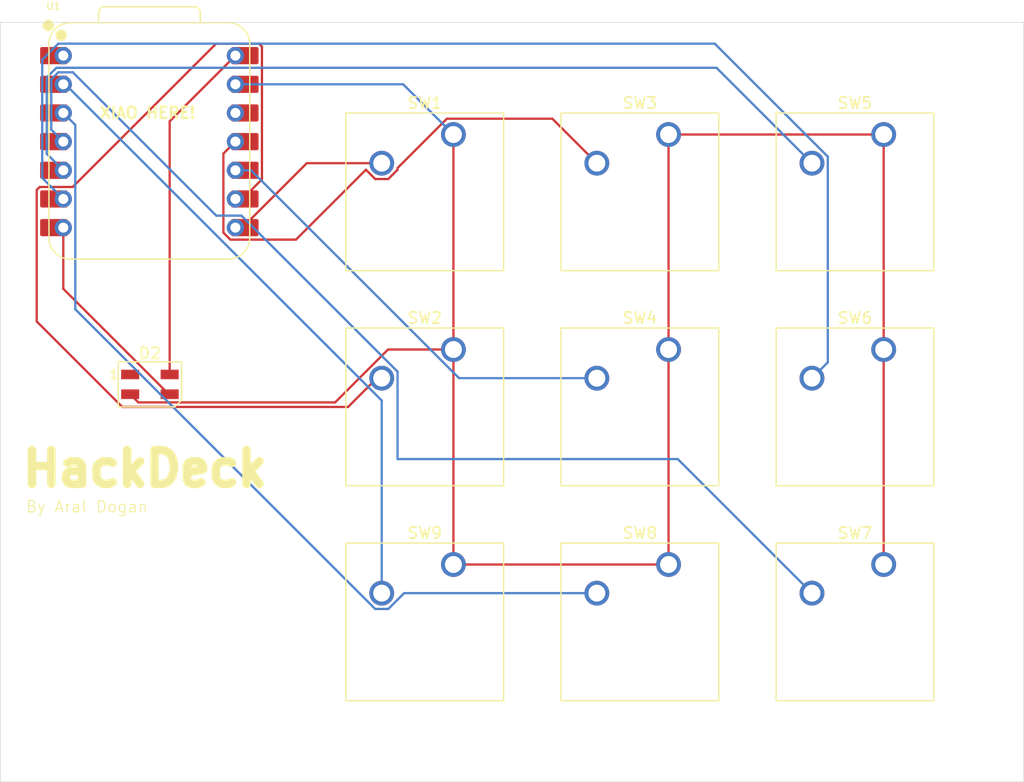
<source format=kicad_pcb>
(kicad_pcb (version 20241229) (generator "pcbnew") (generator_version "9.0")
  (layers (0 "F.Cu" signal) (2 "B.Cu" signal) (13 "F.Paste" user) (15 "B.Paste" user) (5 "F.SilkS" user "F.Silkscreen") (7 "B.SilkS" user "B.Silkscreen") (1 "F.Mask" user) (3 "B.Mask" user) (25 "Edge.Cuts" user))
  (net 0 "")
  (net 1 "Net-(D2-DIN)")
  (net 2 "+5V")
  (net 3 "GND")
  (net 5 "Net-(U1-GPIO1{slash}RX)")
  (net 6 "Net-(U1-GPIO2{slash}SCK)")
  (net 7 "Net-(U1-GPIO3{slash}MOSI)")
  (net 8 "Net-(U1-GPIO4{slash}MISO)")
  (net 9 "Net-(U1-GPIO6{slash}SDA)")
  (net 10 "Net-(U1-GPIO7{slash}SCL)")
  (net 11 "Net-(U1-GPIO29{slash}ADC3{slash}A3)")
  (net 13 "Net-(U1-GPIO28{slash}ADC2{slash}A2)")
  (net 14 "Net-(U1-GPIO27{slash}ADC1{slash}A1)")
  (footprint "Button_Switch_Keyboard:SW_Cherry_MX_1.00u_PCB" (layer "F.Cu") (at 169.2275 68.73875)
    (property "Reference" "SW5" (at -2.54 -2.794 0) (layer "F.SilkS"))
    (property "Value" "SW_Push")
    (fp_line (start -9.525 -1.905) (end 4.445 -1.905) (stroke (width 0.12)) (layer "F.SilkS"))
    (fp_line (start -9.525 12.065) (end -9.525 -1.905) (stroke (width 0.12)) (layer "F.SilkS"))
    (fp_line (start 4.445 -1.905) (end 4.445 12.065) (stroke (width 0.12)) (layer "F.SilkS"))
    (fp_line (start 4.445 12.065) (end -9.525 12.065) (stroke (width 0.12)) (layer "F.SilkS"))
    (pad "" np_thru_hole circle (at -7.62 5.08) (size 1.7 1.7) (drill 1.7) (layers "*.Cu" "*.Mask"))
    (pad "" np_thru_hole circle (at -2.54 5.08) (size 4 4) (drill 4) (layers "*.Cu" "*.Mask"))
    (pad "" np_thru_hole circle (at 2.54 5.08) (size 1.7 1.7) (drill 1.7) (layers "*.Cu" "*.Mask"))
    (pad "1" thru_hole circle (at 0 0) (size 2.2 2.2) (drill 1.5) (layers "*.Cu" "*.Mask") (net 3 "GND"))
    (pad "2" thru_hole circle (at -6.35 2.54) (size 2.2 2.2) (drill 1.5) (layers "*.Cu" "*.Mask") (net 9 "Net-(U1-GPIO6{slash}SDA)"))
  )
  (footprint "Button_Switch_Keyboard:SW_Cherry_MX_1.00u_PCB" (layer "F.Cu") (at 150.1775 68.73875)
    (property "Reference" "SW3" (at -2.54 -2.794 0) (layer "F.SilkS"))
    (property "Value" "SW_Push")
    (fp_line (start -9.525 -1.905) (end 4.445 -1.905) (stroke (width 0.12)) (layer "F.SilkS"))
    (fp_line (start -9.525 12.065) (end -9.525 -1.905) (stroke (width 0.12)) (layer "F.SilkS"))
    (fp_line (start 4.445 -1.905) (end 4.445 12.065) (stroke (width 0.12)) (layer "F.SilkS"))
    (fp_line (start 4.445 12.065) (end -9.525 12.065) (stroke (width 0.12)) (layer "F.SilkS"))
    (pad "" np_thru_hole circle (at -7.62 5.08) (size 1.7 1.7) (drill 1.7) (layers "*.Cu" "*.Mask"))
    (pad "" np_thru_hole circle (at -2.54 5.08) (size 4 4) (drill 4) (layers "*.Cu" "*.Mask"))
    (pad "" np_thru_hole circle (at 2.54 5.08) (size 1.7 1.7) (drill 1.7) (layers "*.Cu" "*.Mask"))
    (pad "1" thru_hole circle (at 0 0) (size 2.2 2.2) (drill 1.5) (layers "*.Cu" "*.Mask") (net 3 "GND"))
    (pad "2" thru_hole circle (at -6.35 2.54) (size 2.2 2.2) (drill 1.5) (layers "*.Cu" "*.Mask") (net 7 "Net-(U1-GPIO3{slash}MOSI)"))
  )
  (footprint "Button_Switch_Keyboard:SW_Cherry_MX_1.00u_PCB" (layer "F.Cu") (at 169.2275 106.83875)
    (property "Reference" "SW7" (at -2.54 -2.794 0) (layer "F.SilkS"))
    (property "Value" "SW_Push")
    (fp_line (start -9.525 -1.905) (end 4.445 -1.905) (stroke (width 0.12)) (layer "F.SilkS"))
    (fp_line (start -9.525 12.065) (end -9.525 -1.905) (stroke (width 0.12)) (layer "F.SilkS"))
    (fp_line (start 4.445 -1.905) (end 4.445 12.065) (stroke (width 0.12)) (layer "F.SilkS"))
    (fp_line (start 4.445 12.065) (end -9.525 12.065) (stroke (width 0.12)) (layer "F.SilkS"))
    (pad "" np_thru_hole circle (at -7.62 5.08) (size 1.7 1.7) (drill 1.7) (layers "*.Cu" "*.Mask"))
    (pad "" np_thru_hole circle (at -2.54 5.08) (size 4 4) (drill 4) (layers "*.Cu" "*.Mask"))
    (pad "" np_thru_hole circle (at 2.54 5.08) (size 1.7 1.7) (drill 1.7) (layers "*.Cu" "*.Mask"))
    (pad "1" thru_hole circle (at 0 0) (size 2.2 2.2) (drill 1.5) (layers "*.Cu" "*.Mask") (net 3 "GND"))
    (pad "2" thru_hole circle (at -6.35 2.54) (size 2.2 2.2) (drill 1.5) (layers "*.Cu" "*.Mask") (net 11 "Net-(U1-GPIO29{slash}ADC3{slash}A3)"))
  )
  (footprint "Button_Switch_Keyboard:SW_Cherry_MX_1.00u_PCB" (layer "F.Cu") (at 169.2275 87.78875)
    (property "Reference" "SW6" (at -2.54 -2.794 0) (layer "F.SilkS"))
    (property "Value" "SW_Push")
    (fp_line (start -9.525 -1.905) (end 4.445 -1.905) (stroke (width 0.12)) (layer "F.SilkS"))
    (fp_line (start -9.525 12.065) (end -9.525 -1.905) (stroke (width 0.12)) (layer "F.SilkS"))
    (fp_line (start 4.445 -1.905) (end 4.445 12.065) (stroke (width 0.12)) (layer "F.SilkS"))
    (fp_line (start 4.445 12.065) (end -9.525 12.065) (stroke (width 0.12)) (layer "F.SilkS"))
    (pad "" np_thru_hole circle (at -7.62 5.08) (size 1.7 1.7) (drill 1.7) (layers "*.Cu" "*.Mask"))
    (pad "" np_thru_hole circle (at -2.54 5.08) (size 4 4) (drill 4) (layers "*.Cu" "*.Mask"))
    (pad "" np_thru_hole circle (at 2.54 5.08) (size 1.7 1.7) (drill 1.7) (layers "*.Cu" "*.Mask"))
    (pad "1" thru_hole circle (at 0 0) (size 2.2 2.2) (drill 1.5) (layers "*.Cu" "*.Mask") (net 3 "GND"))
    (pad "2" thru_hole circle (at -6.35 2.54) (size 2.2 2.2) (drill 1.5) (layers "*.Cu" "*.Mask") (net 10 "Net-(U1-GPIO7{slash}SCL)"))
  )
  (footprint "Button_Switch_Keyboard:SW_Cherry_MX_1.00u_PCB" (layer "F.Cu") (at 150.1775 106.83875)
    (property "Reference" "SW8" (at -2.54 -2.794 0) (layer "F.SilkS"))
    (property "Value" "SW_Push")
    (fp_line (start -9.525 -1.905) (end 4.445 -1.905) (stroke (width 0.12)) (layer "F.SilkS"))
    (fp_line (start -9.525 12.065) (end -9.525 -1.905) (stroke (width 0.12)) (layer "F.SilkS"))
    (fp_line (start 4.445 -1.905) (end 4.445 12.065) (stroke (width 0.12)) (layer "F.SilkS"))
    (fp_line (start 4.445 12.065) (end -9.525 12.065) (stroke (width 0.12)) (layer "F.SilkS"))
    (pad "" np_thru_hole circle (at -7.62 5.08) (size 1.7 1.7) (drill 1.7) (layers "*.Cu" "*.Mask"))
    (pad "" np_thru_hole circle (at -2.54 5.08) (size 4 4) (drill 4) (layers "*.Cu" "*.Mask"))
    (pad "" np_thru_hole circle (at 2.54 5.08) (size 1.7 1.7) (drill 1.7) (layers "*.Cu" "*.Mask"))
    (pad "1" thru_hole circle (at 0 0) (size 2.2 2.2) (drill 1.5) (layers "*.Cu" "*.Mask") (net 3 "GND"))
    (pad "2" thru_hole circle (at -6.35 2.54) (size 2.2 2.2) (drill 1.5) (layers "*.Cu" "*.Mask") (net 13 "Net-(U1-GPIO28{slash}ADC2{slash}A2)"))
  )
  (footprint "Button_Switch_Keyboard:SW_Cherry_MX_1.00u_PCB" (layer "F.Cu") (at 131.1275 106.83875)
    (property "Reference" "SW9" (at -2.54 -2.794 0) (layer "F.SilkS"))
    (property "Value" "SW_Push")
    (fp_line (start -9.525 -1.905) (end 4.445 -1.905) (stroke (width 0.12)) (layer "F.SilkS"))
    (fp_line (start -9.525 12.065) (end -9.525 -1.905) (stroke (width 0.12)) (layer "F.SilkS"))
    (fp_line (start 4.445 -1.905) (end 4.445 12.065) (stroke (width 0.12)) (layer "F.SilkS"))
    (fp_line (start 4.445 12.065) (end -9.525 12.065) (stroke (width 0.12)) (layer "F.SilkS"))
    (pad "" np_thru_hole circle (at -7.62 5.08) (size 1.7 1.7) (drill 1.7) (layers "*.Cu" "*.Mask"))
    (pad "" np_thru_hole circle (at -2.54 5.08) (size 4 4) (drill 4) (layers "*.Cu" "*.Mask"))
    (pad "" np_thru_hole circle (at 2.54 5.08) (size 1.7 1.7) (drill 1.7) (layers "*.Cu" "*.Mask"))
    (pad "1" thru_hole circle (at 0 0) (size 2.2 2.2) (drill 1.5) (layers "*.Cu" "*.Mask") (net 3 "GND"))
    (pad "2" thru_hole circle (at -6.35 2.54) (size 2.2 2.2) (drill 1.5) (layers "*.Cu" "*.Mask") (net 14 "Net-(U1-GPIO27{slash}ADC1{slash}A1)"))
  )
  (footprint "Button_Switch_Keyboard:SW_Cherry_MX_1.00u_PCB" (layer "F.Cu") (at 131.1275 87.78875)
    (property "Reference" "SW2" (at -2.54 -2.794 0) (layer "F.SilkS"))
    (property "Value" "SW_Push")
    (fp_line (start -9.525 -1.905) (end 4.445 -1.905) (stroke (width 0.12)) (layer "F.SilkS"))
    (fp_line (start -9.525 12.065) (end -9.525 -1.905) (stroke (width 0.12)) (layer "F.SilkS"))
    (fp_line (start 4.445 -1.905) (end 4.445 12.065) (stroke (width 0.12)) (layer "F.SilkS"))
    (fp_line (start 4.445 12.065) (end -9.525 12.065) (stroke (width 0.12)) (layer "F.SilkS"))
    (pad "" np_thru_hole circle (at -7.62 5.08) (size 1.7 1.7) (drill 1.7) (layers "*.Cu" "*.Mask"))
    (pad "" np_thru_hole circle (at -2.54 5.08) (size 4 4) (drill 4) (layers "*.Cu" "*.Mask"))
    (pad "" np_thru_hole circle (at 2.54 5.08) (size 1.7 1.7) (drill 1.7) (layers "*.Cu" "*.Mask"))
    (pad "1" thru_hole circle (at 0 0) (size 2.2 2.2) (drill 1.5) (layers "*.Cu" "*.Mask") (net 3 "GND"))
    (pad "2" thru_hole circle (at -6.35 2.54) (size 2.2 2.2) (drill 1.5) (layers "*.Cu" "*.Mask") (net 6 "Net-(U1-GPIO2{slash}SCK)"))
  )
  (footprint "Button_Switch_Keyboard:SW_Cherry_MX_1.00u_PCB" (layer "F.Cu") (at 131.1275 68.73875)
    (property "Reference" "SW1" (at -2.54 -2.794 0) (layer "F.SilkS"))
    (property "Value" "SW_Push")
    (fp_line (start -9.525 -1.905) (end 4.445 -1.905) (stroke (width 0.12)) (layer "F.SilkS"))
    (fp_line (start -9.525 12.065) (end -9.525 -1.905) (stroke (width 0.12)) (layer "F.SilkS"))
    (fp_line (start 4.445 -1.905) (end 4.445 12.065) (stroke (width 0.12)) (layer "F.SilkS"))
    (fp_line (start 4.445 12.065) (end -9.525 12.065) (stroke (width 0.12)) (layer "F.SilkS"))
    (pad "" np_thru_hole circle (at -7.62 5.08) (size 1.7 1.7) (drill 1.7) (layers "*.Cu" "*.Mask"))
    (pad "" np_thru_hole circle (at -2.54 5.08) (size 4 4) (drill 4) (layers "*.Cu" "*.Mask"))
    (pad "" np_thru_hole circle (at 2.54 5.08) (size 1.7 1.7) (drill 1.7) (layers "*.Cu" "*.Mask"))
    (pad "1" thru_hole circle (at 0 0) (size 2.2 2.2) (drill 1.5) (layers "*.Cu" "*.Mask") (net 3 "GND"))
    (pad "2" thru_hole circle (at -6.35 2.54) (size 2.2 2.2) (drill 1.5) (layers "*.Cu" "*.Mask") (net 5 "Net-(U1-GPIO1{slash}RX)"))
  )
  (footprint "ODL:XIAO-RP2040-DIP" (layer "F.Cu") (at 104.2 69.3685)
    (property "Reference" "U1" (at -8.5 -12 0) (layer "F.SilkS") (effects (font (size 0.635 0.635) (thickness 0.1016))))
    (property "Value" "XIAO-RP2040-DIP")
    (fp_line (start -8.89 8.509) (end -8.89 -8.636) (stroke (width 0.127)) (layer "F.SilkS"))
    (fp_line (start -6.985 10.414) (end 6.985 10.414) (stroke (width 0.127)) (layer "F.SilkS"))
    (fp_line (start -4.495 -10.541) (end -4.491272 -11.451272) (stroke (width 0.127)) (layer "F.SilkS"))
    (fp_line (start -3.991272 -11.951) (end 4.004 -11.951) (stroke (width 0.127)) (layer "F.SilkS"))
    (fp_line (start 4.504 -11.451) (end 4.504 -10.541) (stroke (width 0.127)) (layer "F.SilkS"))
    (fp_line (start 6.985 -10.541) (end -6.985 -10.541) (stroke (width 0.1)) (layer "F.SilkS"))
    (fp_line (start 6.985 -10.541) (end -6.985 -10.541) (stroke (width 0.127)) (layer "F.SilkS"))
    (fp_line (start 8.89 8.509) (end 8.89 -8.636) (stroke (width 0.127)) (layer "F.SilkS"))
    (fp_arc (start -8.89 -8.636) (mid -8.332038 -9.983038) (end -6.985 -10.541) (stroke (width 0.127)) (layer "F.SilkS"))
    (fp_arc (start -6.985 10.414) (mid -8.332038 9.856038) (end -8.89 8.509) (stroke (width 0.127)) (layer "F.SilkS"))
    (fp_arc (start -4.491272 -11.451272) (mid -4.344728 -11.80464) (end -3.991272 -11.951) (stroke (width 0.127)) (layer "F.SilkS"))
    (fp_arc (start 4.004 -11.951) (mid 4.357553 -11.804553) (end 4.504 -11.451) (stroke (width 0.127)) (layer "F.SilkS"))
    (fp_arc (start 6.985 -10.541) (mid 8.332038 -9.983038) (end 8.89 -8.636) (stroke (width 0.127)) (layer "F.SilkS"))
    (fp_arc (start 8.89 8.509) (mid 8.332038 9.856038) (end 6.985 10.414) (stroke (width 0.127)) (layer "F.SilkS"))
    (fp_circle (center -8.95 -10.3) (end -8.95 -10.554) (stroke (width 0.5)) (fill yes) (layer "F.SilkS"))
    (fp_circle (center -7.807 -9.42) (end -7.807 -9.674) (stroke (width 0.5)) (fill yes) (layer "F.SilkS"))
    (pad "1" smd roundrect (at -8.455 -7.62 180) (size 2.432 1.524) (layers "F.Cu" "F.Mask") (roundrect_rratio 0.1))
    (pad "1" thru_hole circle (at -7.62 -7.62 180) (size 1.524 1.524) (drill 0.889) (layers "*.Cu" "*.Mask"))
    (pad "2" smd roundrect (at -8.455 -5.08 180) (size 2.432 1.524) (layers "F.Cu" "F.Mask") (roundrect_rratio 0.1) (net 14 "Net-(U1-GPIO27{slash}ADC1{slash}A1)"))
    (pad "2" thru_hole circle (at -7.62 -5.08 180) (size 1.524 1.524) (drill 0.889) (layers "*.Cu" "*.Mask") (net 14 "Net-(U1-GPIO27{slash}ADC1{slash}A1)"))
    (pad "3" smd roundrect (at -8.455 -2.54 180) (size 2.432 1.524) (layers "F.Cu" "F.Mask") (roundrect_rratio 0.1) (net 13 "Net-(U1-GPIO28{slash}ADC2{slash}A2)"))
    (pad "3" thru_hole circle (at -7.62 -2.54 180) (size 1.524 1.524) (drill 0.889) (layers "*.Cu" "*.Mask") (net 13 "Net-(U1-GPIO28{slash}ADC2{slash}A2)"))
    (pad "4" smd roundrect (at -8.455 0 180) (size 2.432 1.524) (layers "F.Cu" "F.Mask") (roundrect_rratio 0.1) (net 11 "Net-(U1-GPIO29{slash}ADC3{slash}A3)"))
    (pad "4" thru_hole circle (at -7.62 0 180) (size 1.524 1.524) (drill 0.889) (layers "*.Cu" "*.Mask") (net 11 "Net-(U1-GPIO29{slash}ADC3{slash}A3)"))
    (pad "5" smd roundrect (at -8.455 2.54 180) (size 2.432 1.524) (layers "F.Cu" "F.Mask") (roundrect_rratio 0.1) (net 9 "Net-(U1-GPIO6{slash}SDA)"))
    (pad "5" thru_hole circle (at -7.62 2.54 180) (size 1.524 1.524) (drill 0.889) (layers "*.Cu" "*.Mask") (net 9 "Net-(U1-GPIO6{slash}SDA)"))
    (pad "6" smd roundrect (at -8.455 5.08 180) (size 2.432 1.524) (layers "F.Cu" "F.Mask") (roundrect_rratio 0.1) (net 10 "Net-(U1-GPIO7{slash}SCL)"))
    (pad "6" thru_hole circle (at -7.62 5.08 180) (size 1.524 1.524) (drill 0.889) (layers "*.Cu" "*.Mask") (net 10 "Net-(U1-GPIO7{slash}SCL)"))
    (pad "7" smd roundrect (at -8.455 7.62 180) (size 2.432 1.524) (layers "F.Cu" "F.Mask") (roundrect_rratio 0.1) (net 1 "Net-(D2-DIN)"))
    (pad "7" thru_hole circle (at -7.62 7.62 180) (size 1.524 1.524) (drill 0.889) (layers "*.Cu" "*.Mask") (net 1 "Net-(D2-DIN)"))
    (pad "8" thru_hole circle (at 7.62 7.62) (size 1.524 1.524) (drill 0.889) (layers "*.Cu" "*.Mask") (net 5 "Net-(U1-GPIO1{slash}RX)"))
    (pad "8" smd roundrect (at 8.455 7.62) (size 2.432 1.524) (layers "F.Cu" "F.Mask") (roundrect_rratio 0.1) (net 5 "Net-(U1-GPIO1{slash}RX)"))
    (pad "9" thru_hole circle (at 7.62 5.08) (size 1.524 1.524) (drill 0.889) (layers "*.Cu" "*.Mask") (net 6 "Net-(U1-GPIO2{slash}SCK)"))
    (pad "9" smd roundrect (at 8.455 5.08) (size 2.432 1.524) (layers "F.Cu" "F.Mask") (roundrect_rratio 0.1) (net 6 "Net-(U1-GPIO2{slash}SCK)"))
    (pad "10" thru_hole circle (at 7.62 2.54) (size 1.524 1.524) (drill 0.889) (layers "*.Cu" "*.Mask") (net 8 "Net-(U1-GPIO4{slash}MISO)"))
    (pad "10" smd roundrect (at 8.455 2.54) (size 2.432 1.524) (layers "F.Cu" "F.Mask") (roundrect_rratio 0.1) (net 8 "Net-(U1-GPIO4{slash}MISO)"))
    (pad "11" thru_hole circle (at 7.62 0) (size 1.524 1.524) (drill 0.889) (layers "*.Cu" "*.Mask") (net 7 "Net-(U1-GPIO3{slash}MOSI)"))
    (pad "11" smd roundrect (at 8.455 0) (size 2.432 1.524) (layers "F.Cu" "F.Mask") (roundrect_rratio 0.1) (net 7 "Net-(U1-GPIO3{slash}MOSI)"))
    (pad "12" thru_hole circle (at 7.62 -2.54) (size 1.524 1.524) (drill 0.889) (layers "*.Cu" "*.Mask"))
    (pad "12" smd roundrect (at 8.455 -2.54) (size 2.432 1.524) (layers "F.Cu" "F.Mask") (roundrect_rratio 0.1))
    (pad "13" thru_hole circle (at 7.62 -5.08) (size 1.524 1.524) (drill 0.889) (layers "*.Cu" "*.Mask") (net 3 "GND"))
    (pad "13" smd roundrect (at 8.455 -5.08) (size 2.432 1.524) (layers "F.Cu" "F.Mask") (roundrect_rratio 0.1) (net 3 "GND"))
    (pad "14" thru_hole circle (at 7.62 -7.62) (size 1.524 1.524) (drill 0.889) (layers "*.Cu" "*.Mask") (net 2 "+5V"))
    (pad "14" smd roundrect (at 8.455 -7.62) (size 2.432 1.524) (layers "F.Cu" "F.Mask") (roundrect_rratio 0.1) (net 2 "+5V"))
  )
  (footprint "LED_SMD:LED_SK6812MINI_PLCC4_3.5x3.5mm_P1.75mm" (layer "F.Cu") (at 104.25 90.875)
    (property "Reference" "D2" (at 0 -2.75 0) (layer "F.SilkS"))
    (property "Value" "SK6812MINI")
    (fp_line (start -2.8 -2) (end -2.8 2) (stroke (width 0.12)) (layer "F.SilkS"))
    (fp_line (start -2.8 -2) (end 2.8 -2) (stroke (width 0.12)) (layer "F.SilkS"))
    (fp_line (start -2.8 2) (end 2.2 2) (stroke (width 0.12)) (layer "F.SilkS"))
    (fp_line (start 2.8 1.4) (end 2.2 2) (stroke (width 0.12)) (layer "F.SilkS"))
    (fp_line (start 2.8 1.4) (end 2.8 -2) (stroke (width 0.12)) (layer "F.SilkS"))
    (fp_text user "1" (at -3.2 -0.875 0) (layer "F.SilkS") (effects (font (size 0.8 0.8))))
    (pad "1" smd rect (at -1.75 -0.875) (size 1.6 0.85) (layers "F.Cu" "F.Mask" "F.Paste"))
    (pad "2" smd rect (at -1.75 0.875) (size 1.6 0.85) (layers "F.Cu" "F.Mask" "F.Paste") (net 3 "GND"))
    (pad "3" smd rect (at 1.75 0.875) (size 1.6 0.85) (layers "F.Cu" "F.Mask" "F.Paste") (net 1 "Net-(D2-DIN)"))
    (pad "4" smd rect (at 1.75 -0.875) (size 1.6 0.85) (layers "F.Cu" "F.Mask" "F.Paste") (net 2 "+5V"))
  )
  (footprint "Button_Switch_Keyboard:SW_Cherry_MX_1.00u_PCB" (layer "F.Cu") (at 150.1775 87.78875)
    (property "Reference" "SW4" (at -2.54 -2.794 0) (layer "F.SilkS"))
    (property "Value" "SW_Push")
    (fp_line (start -9.525 -1.905) (end 4.445 -1.905) (stroke (width 0.12)) (layer "F.SilkS"))
    (fp_line (start -9.525 12.065) (end -9.525 -1.905) (stroke (width 0.12)) (layer "F.SilkS"))
    (fp_line (start 4.445 -1.905) (end 4.445 12.065) (stroke (width 0.12)) (layer "F.SilkS"))
    (fp_line (start 4.445 12.065) (end -9.525 12.065) (stroke (width 0.12)) (layer "F.SilkS"))
    (pad "" np_thru_hole circle (at -7.62 5.08) (size 1.7 1.7) (drill 1.7) (layers "*.Cu" "*.Mask"))
    (pad "" np_thru_hole circle (at -2.54 5.08) (size 4 4) (drill 4) (layers "*.Cu" "*.Mask"))
    (pad "" np_thru_hole circle (at 2.54 5.08) (size 1.7 1.7) (drill 1.7) (layers "*.Cu" "*.Mask"))
    (pad "1" thru_hole circle (at 0 0) (size 2.2 2.2) (drill 1.5) (layers "*.Cu" "*.Mask") (net 3 "GND"))
    (pad "2" thru_hole circle (at -6.35 2.54) (size 2.2 2.2) (drill 1.5) (layers "*.Cu" "*.Mask") (net 8 "Net-(U1-GPIO4{slash}MISO)"))
  )
  (gr_rect (start 91 58.796875) (end 181.63125 126.103125) (stroke (width 0.05)) (fill no) (layer "Edge.Cuts"))
  (gr_text "HackDeck" (at 92.6 100.1 0) (layer "F.SilkS") (effects (font (size 3 3) (thickness 0.75) (bold yes)) (justify left bottom)))
  (gr_text "XIAO HERE!" (at 99.7 67.4 0) (layer "F.SilkS") (effects (font (size 1 1) (thickness 0.2) (bold yes)) (justify left bottom)))
  (gr_text "By Aral Dogan" (at 93.2 102.3 0) (layer "F.SilkS") (effects (font (size 1 1) (thickness 0.1)) (justify left bottom)))
  (segment (start 96.58 82.407) (end 105.923 91.75) (width 0.2) (layer "F.Cu") (net 1))
  (segment (start 96.58 76.9885) (end 96.58 82.407) (width 0.2) (layer "F.Cu") (net 1))
  (segment (start 105.923 91.75) (end 106 91.75) (width 0.2) (layer "F.Cu") (net 1))
  (segment (start 106 67.5685) (end 106 90) (width 0.2) (layer "F.Cu") (net 2))
  (segment (start 111.82 61.7485) (end 106 67.5685) (width 0.2) (layer "F.Cu") (net 2))
  (segment (start 120.648936 92.476) (end 125.336186 87.78875) (width 0.2) (layer "F.Cu") (net 3))
  (segment (start 131.1275 68.73875) (end 131.1275 87.78875) (width 0.2) (layer "F.Cu") (net 3))
  (segment (start 150.1775 87.78875) (end 150.1775 68.73875) (width 0.2) (layer "F.Cu") (net 3))
  (segment (start 150.1775 68.73875) (end 169.2275 68.73875) (width 0.2) (layer "F.Cu") (net 3))
  (segment (start 169.2275 106.83875) (end 169.2275 87.78875) (width 0.2) (layer "F.Cu") (net 3))
  (segment (start 169.2275 68.73875) (end 169.2275 87.78875) (width 0.2) (layer "F.Cu") (net 3))
  (segment (start 103.226 92.476) (end 120.648936 92.476) (width 0.2) (layer "F.Cu") (net 3))
  (segment (start 131.1275 106.83875) (end 150.1775 106.83875) (width 0.2) (layer "F.Cu") (net 3))
  (segment (start 125.336186 87.78875) (end 131.1275 87.78875) (width 0.2) (layer "F.Cu") (net 3))
  (segment (start 102.5 91.75) (end 103.226 92.476) (width 0.2) (layer "F.Cu") (net 3))
  (segment (start 131.1275 106.83875) (end 131.1275 87.78875) (width 0.2) (layer "F.Cu") (net 3))
  (segment (start 150.1775 106.83875) (end 150.1775 87.78875) (width 0.2) (layer "F.Cu") (net 3))
  (segment (start 126.67725 64.2885) (end 131.1275 68.73875) (width 0.2) (layer "B.Cu") (net 3))
  (segment (start 111.82 64.2885) (end 126.67725 64.2885) (width 0.2) (layer "B.Cu") (net 3))
  (segment (start 118.143376 71.27875) (end 112.433626 76.9885) (width 0.2) (layer "F.Cu") (net 5))
  (segment (start 112.433626 76.9885) (end 111.82 76.9885) (width 0.2) (layer "F.Cu") (net 5))
  (segment (start 124.7775 71.27875) (end 118.143376 71.27875) (width 0.2) (layer "F.Cu") (net 5))
  (segment (start 112.433626 74.4485) (end 111.82 74.4485) (width 0.2) (layer "F.Cu") (net 6))
  (segment (start 110.1145 60.6855) (end 113.910626 60.6855) (width 0.2) (layer "F.Cu") (net 6))
  (segment (start 113.910626 60.6855) (end 114.172 60.946874) (width 0.2) (layer "F.Cu") (net 6))
  (segment (start 94.228 85.305) (end 94.228 73.646874) (width 0.2) (layer "F.Cu") (net 6))
  (segment (start 94.228 73.646874) (end 94.489374 73.3855) (width 0.2) (layer "F.Cu") (net 6))
  (segment (start 121.80078 92.877) (end 101.8 92.877) (width 0.2) (layer "F.Cu") (net 6))
  (segment (start 124.34903 90.32875) (end 121.80078 92.877) (width 0.2) (layer "F.Cu") (net 6))
  (segment (start 94.489374 73.3855) (end 97.4145 73.3855) (width 0.2) (layer "F.Cu") (net 6))
  (segment (start 97.4145 73.3855) (end 110.1145 60.6855) (width 0.2) (layer "F.Cu") (net 6))
  (segment (start 124.7775 90.32875) (end 124.34903 90.32875) (width 0.2) (layer "F.Cu") (net 6))
  (segment (start 114.172 60.946874) (end 114.172 72.710126) (width 0.2) (layer "F.Cu") (net 6))
  (segment (start 114.172 72.710126) (end 112.433626 74.4485) (width 0.2) (layer "F.Cu") (net 6))
  (segment (start 101.8 92.877) (end 94.228 85.305) (width 0.2) (layer "F.Cu") (net 6))
  (segment (start 123.3765 71.859064) (end 117.184064 78.0515) (width 0.2) (layer "F.Cu") (net 7))
  (segment (start 126.1785 71.706436) (end 126.1785 71.859064) (width 0.2) (layer "F.Cu") (net 7))
  (segment (start 111.37969 78.0515) (end 110.757 77.42881) (width 0.2) (layer "F.Cu") (net 7))
  (segment (start 130.547186 67.33775) (end 126.1785 71.706436) (width 0.2) (layer "F.Cu") (net 7))
  (segment (start 110.757 77.42881) (end 110.757 70.4315) (width 0.2) (layer "F.Cu") (net 7))
  (segment (start 124.197186 72.67975) (end 123.3765 71.859064) (width 0.2) (layer "F.Cu") (net 7))
  (segment (start 125.357814 72.67975) (end 124.197186 72.67975) (width 0.2) (layer "F.Cu") (net 7))
  (segment (start 117.184064 78.0515) (end 111.37969 78.0515) (width 0.2) (layer "F.Cu") (net 7))
  (segment (start 126.1785 71.859064) (end 125.357814 72.67975) (width 0.2) (layer "F.Cu") (net 7))
  (segment (start 143.8275 71.27875) (end 139.8865 67.33775) (width 0.2) (layer "F.Cu") (net 7))
  (segment (start 139.8865 67.33775) (end 130.547186 67.33775) (width 0.2) (layer "F.Cu") (net 7))
  (segment (start 110.757 70.4315) (end 111.82 69.3685) (width 0.2) (layer "F.Cu") (net 7))
  (segment (start 143.8275 90.32875) (end 131.62875 90.32875) (width 0.2) (layer "B.Cu") (net 8))
  (segment (start 131.62875 90.32875) (end 113.2085 71.9085) (width 0.2) (layer "B.Cu") (net 8))
  (segment (start 113.2085 71.9085) (end 111.82 71.9085) (width 0.2) (layer "B.Cu") (net 8))
  (segment (start 95.116 63.68209) (end 95.116 70.4445) (width 0.2) (layer "B.Cu") (net 9))
  (segment (start 154.42325 62.8245) (end 95.97359 62.8245) (width 0.2) (layer "B.Cu") (net 9))
  (segment (start 95.97359 62.8245) (end 95.116 63.68209) (width 0.2) (layer "B.Cu") (net 9))
  (segment (start 95.116 70.4445) (end 96.58 71.9085) (width 0.2) (layer "B.Cu") (net 9))
  (segment (start 162.8775 71.27875) (end 154.42325 62.8245) (width 0.2) (layer "B.Cu") (net 9))
  (segment (start 164.2785 88.92775) (end 164.2785 70.698436) (width 0.2) (layer "B.Cu") (net 10))
  (segment (start 94.715 62.11019) (end 94.715 72.5835) (width 0.2) (layer "B.Cu") (net 10))
  (segment (start 164.2785 70.698436) (end 154.265564 60.6855) (width 0.2) (layer "B.Cu") (net 10))
  (segment (start 162.8775 90.32875) (end 164.2785 88.92775) (width 0.2) (layer "B.Cu") (net 10))
  (segment (start 96.13969 60.6855) (end 94.715 62.11019) (width 0.2) (layer "B.Cu") (net 10))
  (segment (start 94.715 72.5835) (end 96.58 74.4485) (width 0.2) (layer "B.Cu") (net 10))
  (segment (start 154.265564 60.6855) (end 96.13969 60.6855) (width 0.2) (layer "B.Cu") (net 10))
  (segment (start 126.1785 89.748436) (end 112.355564 75.9255) (width 0.2) (layer "B.Cu") (net 11))
  (segment (start 95.517 68.3055) (end 96.58 69.3685) (width 0.2) (layer "B.Cu") (net 11))
  (segment (start 97.4255 63.2255) (end 96.13969 63.2255) (width 0.2) (layer "B.Cu") (net 11))
  (segment (start 95.517 63.84819) (end 95.517 68.3055) (width 0.2) (layer "B.Cu") (net 11))
  (segment (start 162.8775 109.37875) (end 150.99875 97.5) (width 0.2) (layer "B.Cu") (net 11))
  (segment (start 96.13969 63.2255) (end 95.517 63.84819) (width 0.2) (layer "B.Cu") (net 11))
  (segment (start 126.1785 97.5) (end 126.1785 89.748436) (width 0.2) (layer "B.Cu") (net 11))
  (segment (start 112.355564 75.9255) (end 110.1255 75.9255) (width 0.2) (layer "B.Cu") (net 11))
  (segment (start 150.99875 97.5) (end 126.1785 97.5) (width 0.2) (layer "B.Cu") (net 11))
  (segment (start 110.1255 75.9255) (end 97.4255 63.2255) (width 0.2) (layer "B.Cu") (net 11))
  (segment (start 126.758814 109.37875) (end 125.357814 110.77975) (width 0.2) (layer "B.Cu") (net 13))
  (segment (start 143.8275 109.37875) (end 126.758814 109.37875) (width 0.2) (layer "B.Cu") (net 13))
  (segment (start 124.197186 110.77975) (end 97.643 84.225564) (width 0.2) (layer "B.Cu") (net 13))
  (segment (start 97.643 84.225564) (end 97.643 67.8915) (width 0.2) (layer "B.Cu") (net 13))
  (segment (start 125.357814 110.77975) (end 124.197186 110.77975) (width 0.2) (layer "B.Cu") (net 13))
  (segment (start 97.643 67.8915) (end 96.58 66.8285) (width 0.2) (layer "B.Cu") (net 13))
  (segment (start 124.7775 109.37875) (end 124.7775 92.310064) (width 0.2) (layer "B.Cu") (net 14))
  (segment (start 96.755936 64.2885) (end 96.58 64.2885) (width 0.2) (layer "B.Cu") (net 14))
  (segment (start 124.7775 92.310064) (end 96.755936 64.2885) (width 0.2) (layer "B.Cu") (net 14))
)
</source>
